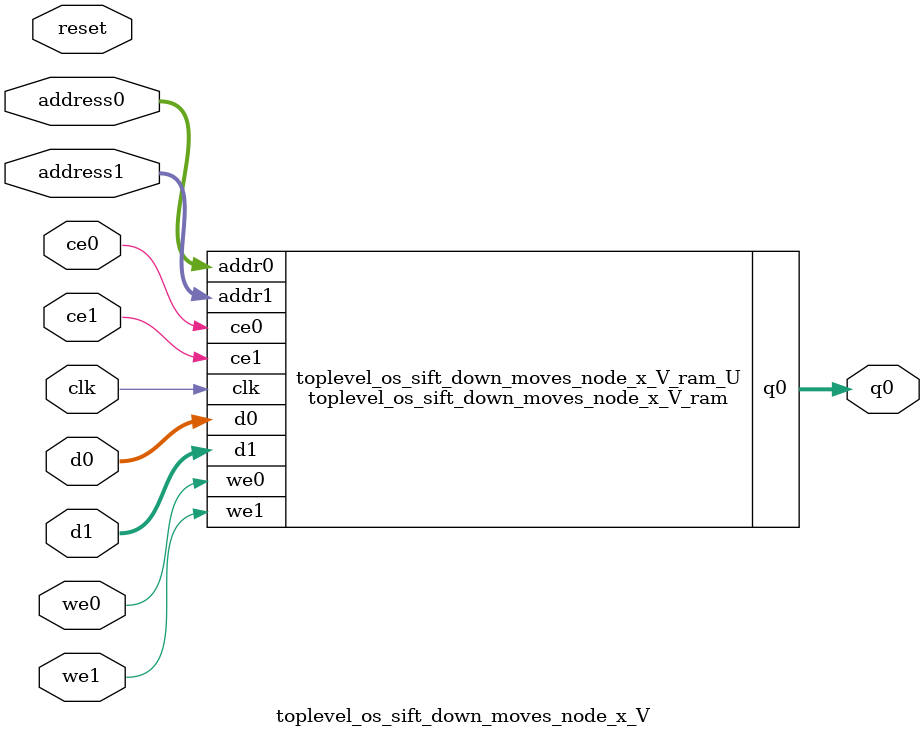
<source format=v>
`timescale 1 ns / 1 ps
module toplevel_os_sift_down_moves_node_x_V_ram (addr0, ce0, d0, we0, q0, addr1, ce1, d1, we1,  clk);

parameter DWIDTH = 9;
parameter AWIDTH = 4;
parameter MEM_SIZE = 16;

input[AWIDTH-1:0] addr0;
input ce0;
input[DWIDTH-1:0] d0;
input we0;
output reg[DWIDTH-1:0] q0;
input[AWIDTH-1:0] addr1;
input ce1;
input[DWIDTH-1:0] d1;
input we1;
input clk;

reg [DWIDTH-1:0] ram[0:MEM_SIZE-1];




always @(posedge clk)  
begin 
    if (ce0) begin
        if (we0) 
            ram[addr0] <= d0; 
        q0 <= ram[addr0];
    end
end


always @(posedge clk)  
begin 
    if (ce1) begin
        if (we1) 
            ram[addr1] <= d1; 
    end
end


endmodule

`timescale 1 ns / 1 ps
module toplevel_os_sift_down_moves_node_x_V(
    reset,
    clk,
    address0,
    ce0,
    we0,
    d0,
    q0,
    address1,
    ce1,
    we1,
    d1);

parameter DataWidth = 32'd9;
parameter AddressRange = 32'd16;
parameter AddressWidth = 32'd4;
input reset;
input clk;
input[AddressWidth - 1:0] address0;
input ce0;
input we0;
input[DataWidth - 1:0] d0;
output[DataWidth - 1:0] q0;
input[AddressWidth - 1:0] address1;
input ce1;
input we1;
input[DataWidth - 1:0] d1;



toplevel_os_sift_down_moves_node_x_V_ram toplevel_os_sift_down_moves_node_x_V_ram_U(
    .clk( clk ),
    .addr0( address0 ),
    .ce0( ce0 ),
    .we0( we0 ),
    .d0( d0 ),
    .q0( q0 ),
    .addr1( address1 ),
    .ce1( ce1 ),
    .we1( we1 ),
    .d1( d1 ));

endmodule


</source>
